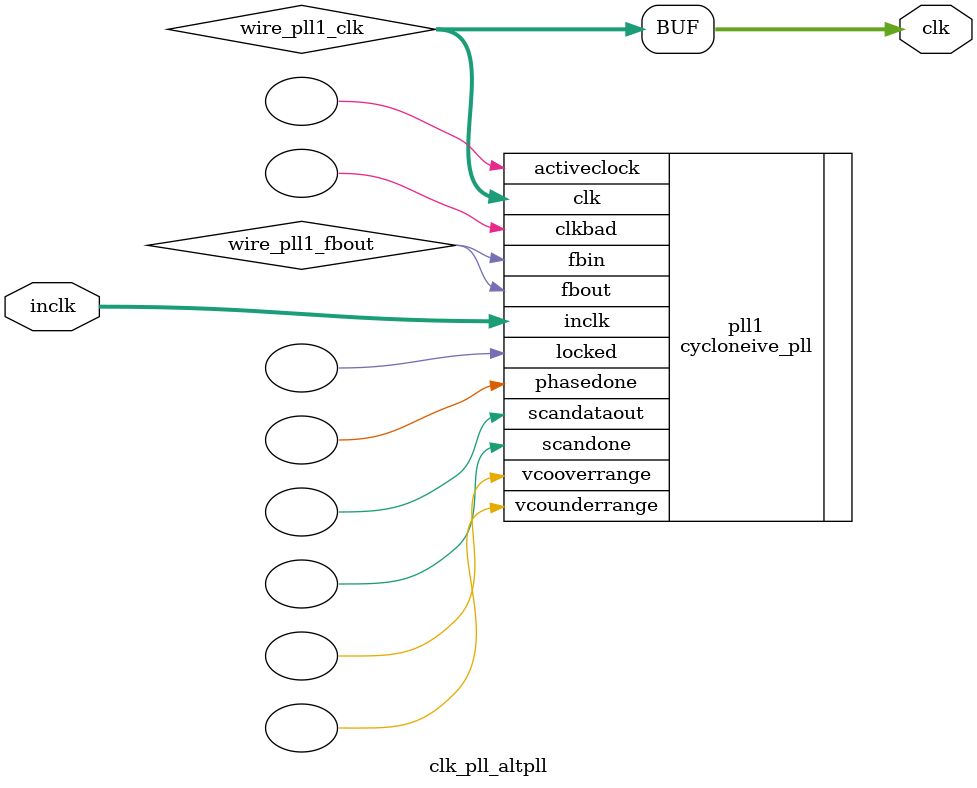
<source format=v>






//synthesis_resources = cycloneive_pll 1 
//synopsys translate_off
`timescale 1 ps / 1 ps
//synopsys translate_on
module  clk_pll_altpll
	( 
	clk,
	inclk) /* synthesis synthesis_clearbox=1 */;
	output   [4:0]  clk;
	input   [1:0]  inclk;
`ifndef ALTERA_RESERVED_QIS
// synopsys translate_off
`endif
	tri0   [1:0]  inclk;
`ifndef ALTERA_RESERVED_QIS
// synopsys translate_on
`endif

	wire  [4:0]   wire_pll1_clk;
	wire  wire_pll1_fbout;

	cycloneive_pll   pll1
	( 
	.activeclock(),
	.clk(wire_pll1_clk),
	.clkbad(),
	.fbin(wire_pll1_fbout),
	.fbout(wire_pll1_fbout),
	.inclk(inclk),
	.locked(),
	.phasedone(),
	.scandataout(),
	.scandone(),
	.vcooverrange(),
	.vcounderrange()
	`ifndef FORMAL_VERIFICATION
	// synopsys translate_off
	`endif
	,
	.areset(1'b0),
	.clkswitch(1'b0),
	.configupdate(1'b0),
	.pfdena(1'b1),
	.phasecounterselect({3{1'b0}}),
	.phasestep(1'b0),
	.phaseupdown(1'b0),
	.scanclk(1'b0),
	.scanclkena(1'b1),
	.scandata(1'b0)
	`ifndef FORMAL_VERIFICATION
	// synopsys translate_on
	`endif
	);
	defparam
		pll1.bandwidth_type = "auto",
		pll1.clk0_divide_by = 1,
		pll1.clk0_duty_cycle = 50,
		pll1.clk0_multiply_by = 1,
		pll1.clk0_phase_shift = "0",
		pll1.compensate_clock = "clk0",
		pll1.inclk0_input_frequency = 20000,
		pll1.operation_mode = "normal",
		pll1.pll_type = "auto",
		pll1.lpm_type = "cycloneive_pll";
	assign
		clk = {wire_pll1_clk[4:0]};
endmodule //clk_pll_altpll
//VALID FILE

</source>
